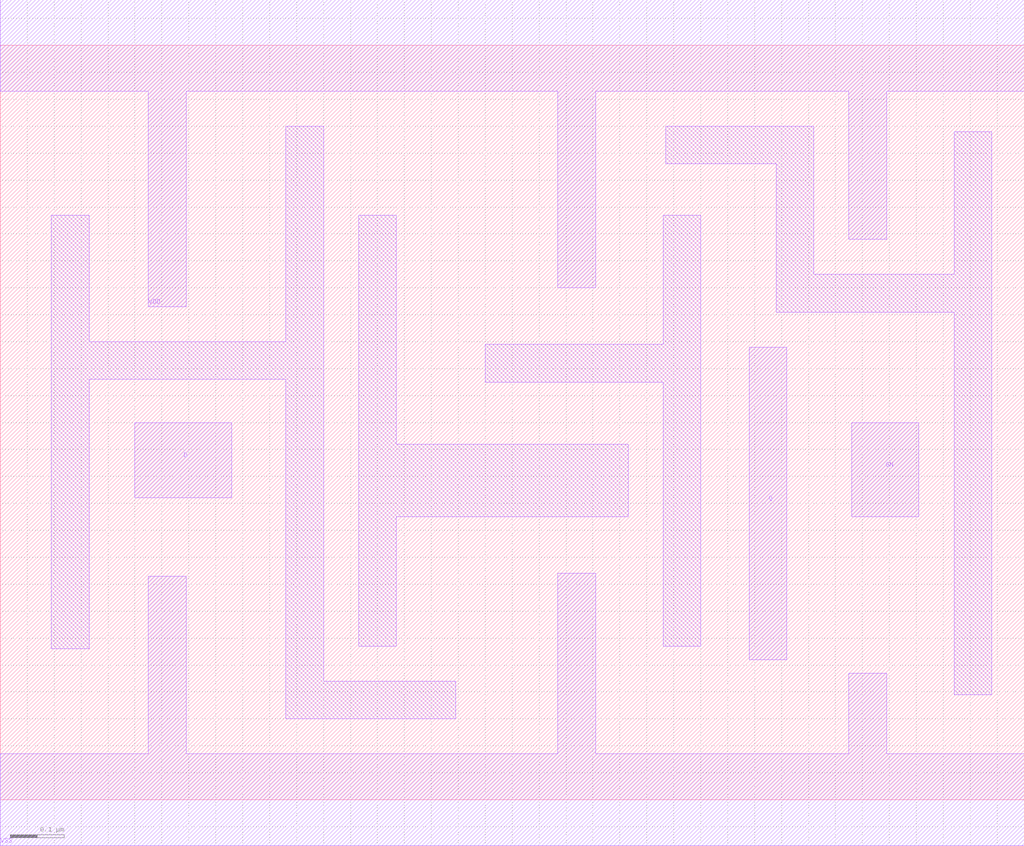
<source format=lef>
# 
# ******************************************************************************
# *                                                                            *
# *                   Copyright (C) 2004-2010, Nangate Inc.                    *
# *                           All rights reserved.                             *
# *                                                                            *
# * Nangate and the Nangate logo are trademarks of Nangate Inc.                *
# *                                                                            *
# * All trademarks, logos, software marks, and trade names (collectively the   *
# * "Marks") in this program are proprietary to Nangate or other respective    *
# * owners that have granted Nangate the right and license to use such Marks.  *
# * You are not permitted to use the Marks without the prior written consent   *
# * of Nangate or such third party that may own the Marks.                     *
# *                                                                            *
# * This file has been provided pursuant to a License Agreement containing     *
# * restrictions on its use. This file contains valuable trade secrets and     *
# * proprietary information of Nangate Inc., and is protected by U.S. and      *
# * international laws and/or treaties.                                        *
# *                                                                            *
# * The copyright notice(s) in this file does not indicate actual or intended  *
# * publication of this file.                                                  *
# *                                                                            *
# *     NGLibraryCreator, v2010.08-HR32-SP3-2010-08-05 - build 1009061800      *
# *                                                                            *
# ******************************************************************************
# 
# 
# Running on brazil06.nangate.com.br for user Giancarlo Franciscatto (gfr).
# Local time is now Fri, 3 Dec 2010, 19:32:18.
# Main process id is 27821.

VERSION 5.6 ;
BUSBITCHARS "[]" ;
DIVIDERCHAR "/" ;

MACRO DLL_X1
  CLASS core ;
  FOREIGN DLL_X1 0.0 0.0 ;
  ORIGIN 0 0 ;
  SYMMETRY X Y ;
  SITE FreePDK45_38x28_10R_NP_162NW_34O ;
  SIZE 1.9 BY 1.4 ;
  PIN D
    DIRECTION INPUT ;
    ANTENNAPARTIALMETALAREA 0.0252 LAYER metal1 ;
    ANTENNAPARTIALMETALSIDEAREA 0.0832 LAYER metal1 ;
    ANTENNAGATEAREA 0.02625 ;
    PORT
      LAYER metal1 ;
        POLYGON 0.25 0.56 0.43 0.56 0.43 0.7 0.25 0.7  ;
    END
  END D
  PIN GN
    DIRECTION INPUT ;
    ANTENNAPARTIALMETALAREA 0.021875 LAYER metal1 ;
    ANTENNAPARTIALMETALSIDEAREA 0.078 LAYER metal1 ;
    ANTENNAGATEAREA 0.02625 ;
    PORT
      LAYER metal1 ;
        POLYGON 1.58 0.525 1.705 0.525 1.705 0.7 1.58 0.7  ;
    END
  END GN
  PIN Q
    DIRECTION OUTPUT ;
    ANTENNAPARTIALMETALAREA 0.0406 LAYER metal1 ;
    ANTENNAPARTIALMETALSIDEAREA 0.169 LAYER metal1 ;
    ANTENNADIFFAREA 0.109725 ;
    PORT
      LAYER metal1 ;
        POLYGON 1.39 0.26 1.46 0.26 1.46 0.84 1.39 0.84  ;
    END
  END Q
  PIN VDD
    DIRECTION INOUT ;
    USE power ;
    SHAPE ABUTMENT ;
    PORT
      LAYER metal1 ;
        POLYGON 0 1.315 0.275 1.315 0.275 0.915 0.345 0.915 0.345 1.315 1.035 1.315 1.035 0.95 1.105 0.95 1.105 1.315 1.575 1.315 1.575 1.04 1.645 1.04 1.645 1.315 1.84 1.315 1.9 1.315 1.9 1.485 1.84 1.485 0 1.485  ;
    END
  END VDD
  PIN VSS
    DIRECTION INOUT ;
    USE ground ;
    SHAPE ABUTMENT ;
    PORT
      LAYER metal1 ;
        POLYGON 0 -0.085 1.9 -0.085 1.9 0.085 1.645 0.085 1.645 0.235 1.575 0.235 1.575 0.085 1.105 0.085 1.105 0.42 1.035 0.42 1.035 0.085 0.345 0.085 0.345 0.415 0.275 0.415 0.275 0.085 0 0.085  ;
    END
  END VSS
  OBS
      LAYER metal1 ;
        POLYGON 0.095 0.28 0.165 0.28 0.165 0.78 0.53 0.78 0.53 0.15 0.845 0.15 0.845 0.22 0.6 0.22 0.6 1.25 0.53 1.25 0.53 0.85 0.165 0.85 0.165 1.085 0.095 1.085  ;
        POLYGON 0.665 0.285 0.735 0.285 0.735 0.525 1.165 0.525 1.165 0.66 0.735 0.66 0.735 1.085 0.665 1.085  ;
        POLYGON 0.9 0.775 1.23 0.775 1.23 0.285 1.3 0.285 1.3 1.085 1.23 1.085 1.23 0.845 0.9 0.845  ;
        POLYGON 1.235 1.18 1.44 1.18 1.44 0.905 1.77 0.905 1.77 0.195 1.84 0.195 1.84 1.24 1.77 1.24 1.77 0.975 1.51 0.975 1.51 1.25 1.235 1.25  ;
  END
END DLL_X1

END LIBRARY
#
# End of file
#

</source>
